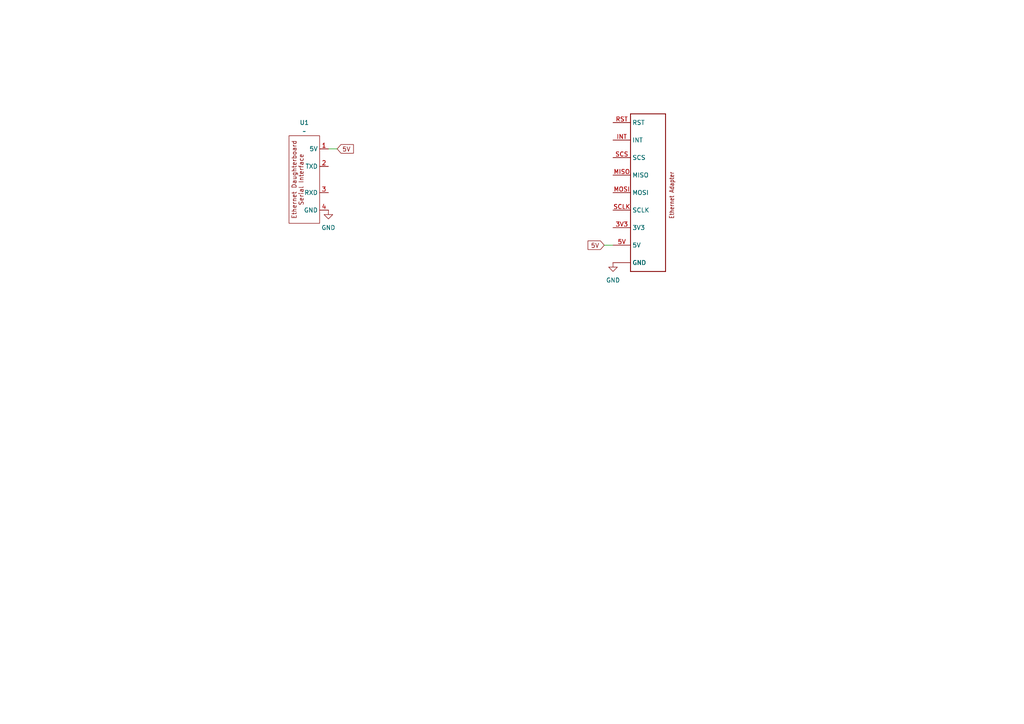
<source format=kicad_sch>
(kicad_sch (version 20231120) (generator "eeschema") (generator_version "8.0")
  (paper "A4")
  (lib_symbols
    (symbol "Subsystem Main Extra Symbols:Ethernet_Daughterboard_Connector"
      (property "Reference" "U" (at -1.016 13.716 0))
      (symbol "Ethernet_Daughterboard_Connector_0_1"
        (rectangle (start -5.08 12.7) (end 3.81 -12.7))
      )
      (symbol "Ethernet_Daughterboard_Connector_1_1"
        (text "Ethernet Daughterboard\nSerial Interface\n" (at -2.54 0 900) (effects (font (size 1.27 1.27))))
        (pin power_in line (at 6.35 8.89 180) (length 2.54) (name "5V") (number "1"))
        (pin input line (at 6.35 3.81 180) (length 2.54) (name "TXD") (number "2"))
        (pin output line (at 6.35 -3.81 180) (length 2.54) (name "RXD") (number "3"))
        (pin power_in line (at 6.35 -8.89 180) (length 2.54) (name "GND") (number "4"))
      )
    )
    (symbol "Subsystem Main:ETHERNET_ADAPTER"
      (symbol "ETHERNET_ADAPTER_1_0"
        (polyline (pts (xy -22.86 -5.08) (xy -22.86 5.08)) (stroke (width 0.254)))
        (polyline (pts (xy -22.86 5.08) (xy 22.86 5.08)) (stroke (width 0.254)))
        (polyline (pts (xy 22.86 -5.08) (xy -22.86 -5.08)) (stroke (width 0.254)))
        (polyline (pts (xy 22.86 5.08) (xy 22.86 -5.08)) (stroke (width 0.254)))
        (text "Ethernet Adapter" (at -7.62 -7.62 0) (effects (font (size 1.27 1.0795)) (justify left bottom)))
        (pin bidirectional line (at -10.16 10.16 270) (length 5.08) (name "3V3") (number "3V3"))
        (pin bidirectional line (at -15.24 10.16 270) (length 5.08) (name "5V") (number "5V"))
        (pin bidirectional line (at -20.32 10.16 270) (length 5.08) (name "GND") (number "GND@1"))
        (pin bidirectional line (at -20.32 10.16 270) (length 5.08) (name "GND") (number "GND@2"))
        (pin bidirectional line (at 15.24 10.16 270) (length 5.08) (name "INT") (number "INT"))
        (pin bidirectional line (at 5.08 10.16 270) (length 5.08) (name "MISO") (number "MISO"))
        (pin bidirectional line (at 0 10.16 270) (length 5.08) (name "MOSI") (number "MOSI"))
        (pin bidirectional line (at 20.32 10.16 270) (length 5.08) (name "RST") (number "RST"))
        (pin bidirectional line (at -5.08 10.16 270) (length 5.08) (name "SCLK") (number "SCLK"))
        (pin bidirectional line (at 10.16 10.16 270) (length 5.08) (name "SCS") (number "SCS"))
      )
    )
    (symbol "power:GND" (power) (pin_numbers hide) (pin_names (offset 0) hide)
      (property "Value" "GND" (at 0 -3.81 0))
      (symbol "GND_0_1"
        (polyline (pts (xy 0 0) (xy 0 -1.27) (xy 1.27 -1.27) (xy 0 -2.54) (xy -1.27 -1.27) (xy 0 -1.27)))
      )
      (symbol "GND_1_1"
        (pin power_in line (at 0 0 270) (length 0) (name "~") (number "1"))
      )
    )
  )
  (wire (pts (xy 95.25 43.18) (xy 97.79 43.18)))
  (wire (pts (xy 175.26 71.12) (xy 177.8 71.12)))
  (global_label "5V" (shape input) (at 175.26 71.12 180) (property "Intersheetrefs" "${INTERSHEET_REFS}" (effects (hide yes))))
  (global_label "5V" (shape input) (at 97.79 43.18 0) (property "Intersheetrefs" "${INTERSHEET_REFS}" (effects (hide yes))))
  (symbol (lib_id "Subsystem Main Extra Symbols:Ethernet_Daughterboard_Connector") (at 88.9 52.07 0) (unit 1)
    (property "Reference" "U1" (at 88.265 35.56 0))
    (property "Value" "~" (at 88.265 38.1 0))
    (property "Footprint" "Subsystem Main Extra Symbols:Ethernet Daughterboard Breakout" (effects (hide yes)))
  )
  (symbol (lib_id "power:GND") (at 95.25 60.96 0) (unit 1)
    (property "Reference" "#PWR01" (effects (hide yes)))
    (property "Value" "GND" (at 95.25 66.04 0))
    (property "Description" "Power symbol creates a global label with name \"GND\" , ground" (effects (hide yes)))
  )
  (symbol (lib_id "Subsystem Main:ETHERNET_ADAPTER") (at 187.96 55.88 90) (unit 1)
    (property "Reference" "1" (effects (hide yes)))
    (property "Footprint" "Subsystem Main:ETHERNET_ADAPTER" (effects (hide yes)))
  )
  (symbol (lib_id "power:GND") (at 177.8 76.2 0) (unit 1)
    (property "Reference" "#PWR02" (effects (hide yes)))
    (property "Value" "GND" (at 177.8 81.28 0))
    (property "Description" "Power symbol creates a global label with name \"GND\" , ground" (effects (hide yes)))
  )
)
</source>
